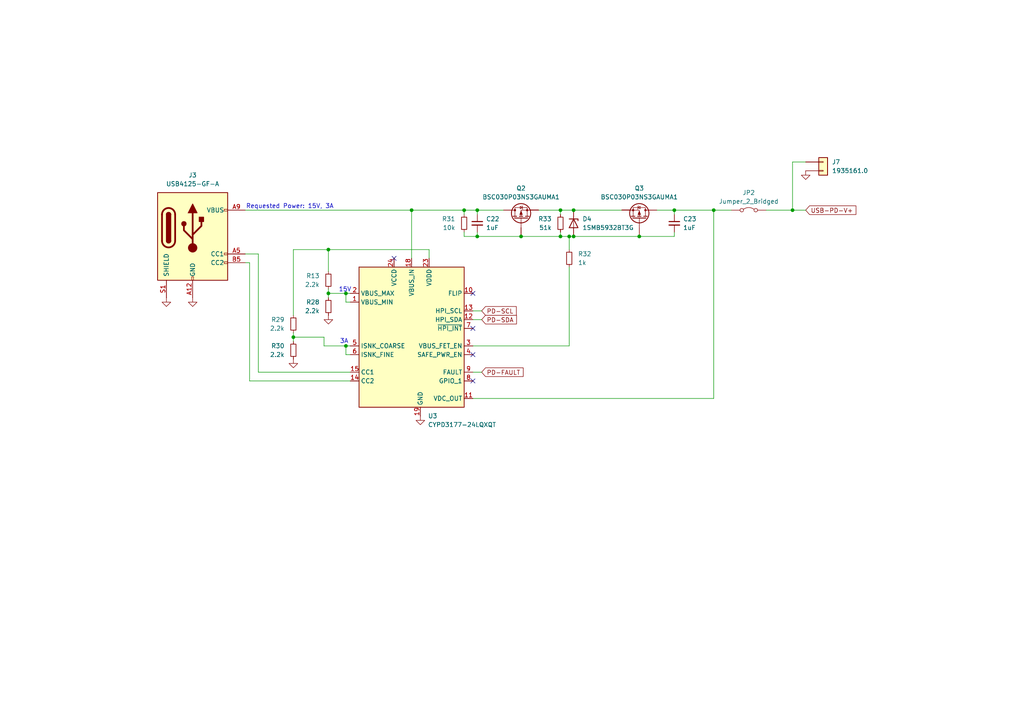
<source format=kicad_sch>
(kicad_sch (version 20231120) (generator "eeschema") (generator_version "8.0")
  (paper "A4")
  (title_block (rev "P1"))
  (lib_symbols
    (symbol "000-Capacitors:1uF" (pin_numbers hide) (pin_names (offset 0.254) hide)
      (property "Reference" "C" (at 0.254 1.778 0))
      (property "Value" "1uF" (at 0.254 -2.032 0))
      (symbol "1uF_0_1"
        (polyline (pts (xy -1.524 -0.508) (xy 1.524 -0.508)) (stroke (width 0.3302)))
        (polyline (pts (xy -1.524 0.508) (xy 1.524 0.508)) (stroke (width 0.3048)))
      )
      (symbol "1uF_1_1"
        (pin passive line (at 0 2.54 270) (length 2.032) (name "~") (number "1"))
        (pin passive line (at 0 -2.54 90) (length 2.032) (name "~") (number "2"))
      )
    )
    (symbol "000-Connectors:1935161.0" (pin_numbers hide) (pin_names (offset 0.254) hide)
      (property "Reference" "J" (at -1.27 3.81 0))
      (property "Value" "1935161.0" (at -5.08 -3.81 0))
      (symbol "1935161.0_1_1"
        (rectangle (start -1.27 -1.143) (end 0 -1.397) (stroke (width 0.1524)))
        (rectangle (start -1.27 1.397) (end 0 1.143) (stroke (width 0.1524)))
        (rectangle (start -1.27 2.54) (end 1.27 -2.54) (stroke (width 0.254)) (fill (type background)))
        (pin passive line (at -5.08 1.27 0) (length 3.81) (name "Pin_1") (number "1"))
        (pin passive line (at -5.08 -1.27 0) (length 3.81) (name "Pin_2") (number "2"))
      )
    )
    (symbol "000-Connectors:USB4125-GF-A" (pin_names (offset 1.016))
      (property "Reference" "J" (at 0 16.51 0))
      (property "Value" "USB4125-GF-A" (at 0 13.97 0))
      (symbol "USB4125-GF-A_0_0"
        (rectangle (start -0.254 -12.7) (end 0.254 -11.684))
        (rectangle (start 10.16 -7.366) (end 9.144 -7.874))
        (rectangle (start 10.16 -4.826) (end 9.144 -5.334))
        (rectangle (start 10.16 7.874) (end 9.144 7.366))
      )
      (symbol "USB4125-GF-A_0_1"
        (rectangle (start -10.16 12.7) (end 10.16 -12.7) (stroke (width 0.254)) (fill (type background)))
        (arc (start -8.89 -1.27) (mid -6.985 -3.1667) (end -5.08 -1.27) (stroke (width 0.508)))
        (arc (start -7.62 -1.27) (mid -6.985 -1.9023) (end -6.35 -1.27) (stroke (width 0.254)))
        (arc (start -7.62 -1.27) (mid -6.985 -1.9023) (end -6.35 -1.27) (stroke (width 0.254)) (fill (type outline)))
        (rectangle (start -7.62 -1.27) (end -6.35 6.35) (stroke (width 0.254)) (fill (type outline)))
        (arc (start -6.35 6.35) (mid -6.985 6.9823) (end -7.62 6.35) (stroke (width 0.254)))
        (arc (start -6.35 6.35) (mid -6.985 6.9823) (end -7.62 6.35) (stroke (width 0.254)) (fill (type outline)))
        (arc (start -5.08 6.35) (mid -6.985 8.2467) (end -8.89 6.35) (stroke (width 0.508)))
        (circle (center -2.54 3.683) (radius 0.635) (stroke (width 0.254)) (fill (type outline)))
        (circle (center 0 -3.302) (radius 1.27) (fill (type outline)))
        (polyline (pts (xy -8.89 -1.27) (xy -8.89 6.35)) (stroke (width 0.508)))
        (polyline (pts (xy -5.08 6.35) (xy -5.08 -1.27)) (stroke (width 0.508)))
        (polyline (pts (xy 0 -3.302) (xy 0 6.858)) (stroke (width 0.508)))
        (polyline (pts (xy 0 -0.762) (xy -2.54 1.778) (xy -2.54 3.048)) (stroke (width 0.508)))
        (polyline (pts (xy 0 0.508) (xy 2.54 3.048) (xy 2.54 4.318)) (stroke (width 0.508)))
        (polyline (pts (xy -1.27 6.858) (xy 0 9.398) (xy 1.27 6.858) (xy -1.27 6.858)) (stroke (width 0.254)) (fill (type outline)))
        (rectangle (start 1.905 4.318) (end 3.175 5.588) (stroke (width 0.254)) (fill (type outline)))
      )
      (symbol "USB4125-GF-A_1_1"
        (pin passive line (at 0 -17.78 90) (length 5.08) (name "GND") (number "A12"))
        (pin bidirectional line (at 15.24 -5.08 180) (length 5.08) (name "CC1") (number "A5"))
        (pin passive line (at 15.24 7.62 180) (length 5.08) (name "VBUS") (number "A9"))
        (pin passive line (at 0 -17.78 90) (length 5.08) hide (name "GND") (number "B12"))
        (pin bidirectional line (at 15.24 -7.62 180) (length 5.08) (name "CC2") (number "B5"))
        (pin passive line (at 15.24 7.62 180) (length 5.08) hide (name "VBUS") (number "B9"))
        (pin passive line (at -7.62 -17.78 90) (length 5.08) (name "SHIELD") (number "S1"))
      )
    )
    (symbol "000-Diodes:1SMB5932BT3G" (pin_numbers hide) (pin_names (offset 1.016) hide)
      (property "Reference" "D" (at 0 2.54 0))
      (property "Value" "1SMB5932BT3G" (at 0 -2.54 0))
      (symbol "1SMB5932BT3G_0_1"
        (polyline (pts (xy 1.27 0) (xy -1.27 0)))
        (polyline (pts (xy -1.27 -1.27) (xy -1.27 1.27) (xy -0.762 1.27)) (stroke (width 0.254)))
        (polyline (pts (xy 1.27 -1.27) (xy 1.27 1.27) (xy -1.27 0) (xy 1.27 -1.27)) (stroke (width 0.254)))
      )
      (symbol "1SMB5932BT3G_1_1"
        (pin passive line (at -3.81 0 0) (length 2.54) (name "K") (number "1"))
        (pin passive line (at 3.81 0 180) (length 2.54) (name "A") (number "2"))
      )
    )
    (symbol "000-ICs:CYPD3177-24LQXQT"
      (property "Reference" "U" (at -13.97 21.59 0))
      (property "Value" "CYPD3177-24LQXQT" (at 12.954 -21.59 0))
      (symbol "CYPD3177-24LQXQT_0_1"
        (rectangle (start -15.24 20.32) (end 15.24 -20.32) (stroke (width 0.254)) (fill (type background)))
      )
      (symbol "CYPD3177-24LQXQT_1_1"
        (pin input line (at -17.78 10.16 0) (length 2.54) (name "VBUS_MIN") (number "1"))
        (pin output line (at 17.78 12.7 180) (length 2.54) (name "FLIP") (number "10"))
        (pin output line (at 17.78 -17.78 180) (length 2.54) (name "VDC_OUT") (number "11"))
        (pin bidirectional line (at 17.78 5.08 180) (length 2.54) (name "HPI_SDA") (number "12"))
        (pin bidirectional line (at 17.78 7.62 180) (length 2.54) (name "HPI_SCL") (number "13"))
        (pin bidirectional line (at -17.78 -12.7 0) (length 2.54) (name "CC2") (number "14"))
        (pin bidirectional line (at -17.78 -10.16 0) (length 2.54) (name "CC1") (number "15"))
        (pin no_connect line (at -15.24 2.54 0) (length 2.54) hide (name "NC") (number "16"))
        (pin no_connect line (at -15.24 5.08 0) (length 2.54) hide (name "NC") (number "17"))
        (pin power_in line (at 0 22.86 270) (length 2.54) (name "VBUS_IN") (number "18"))
        (pin power_in line (at 2.54 -22.86 90) (length 2.54) (name "GND") (number "19"))
        (pin input line (at -17.78 12.7 0) (length 2.54) (name "VBUS_MAX") (number "2"))
        (pin no_connect line (at 15.24 17.78 180) (length 2.54) hide (name "NC") (number "20"))
        (pin no_connect line (at 15.24 15.24 180) (length 2.54) hide (name "NC") (number "21"))
        (pin passive line (at 0 -22.86 90) (length 2.54) hide (name "GND") (number "22"))
        (pin power_out line (at 5.08 22.86 270) (length 2.54) (name "VDDD") (number "23"))
        (pin power_out line (at -5.08 22.86 270) (length 2.54) (name "VCCD") (number "24"))
        (pin passive line (at -2.54 -22.86 90) (length 2.54) hide (name "GND") (number "25"))
        (pin output line (at 17.78 -2.54 180) (length 2.54) (name "VBUS_FET_EN") (number "3"))
        (pin output line (at 17.78 -5.08 180) (length 2.54) (name "SAFE_PWR_EN") (number "4"))
        (pin input line (at -17.78 -2.54 0) (length 2.54) (name "ISNK_COARSE") (number "5"))
        (pin input line (at -17.78 -5.08 0) (length 2.54) (name "ISNK_FINE") (number "6"))
        (pin input line (at 17.78 2.54 180) (length 2.54) (name "~{HPI_INT}") (number "7"))
        (pin bidirectional line (at 17.78 -12.7 180) (length 2.54) (name "GPIO_1") (number "8"))
        (pin output line (at 17.78 -10.16 180) (length 2.54) (name "FAULT") (number "9"))
      )
    )
    (symbol "000-Mosfets:BSC030P03NS3GAUMA1" (pin_numbers hide) (pin_names (offset 0.254) hide)
      (property "Reference" "Q" (at 0.635 -3.81 0))
      (property "Value" "BSC030P03NS3GAUMA1" (at 0.635 -5.715 0))
      (symbol "BSC030P03NS3GAUMA1_0_1"
        (circle (center -0.889 0) (radius 2.794) (stroke (width 0.254)))
        (circle (center 0 -1.778) (radius 0.254) (fill (type outline)))
        (polyline (pts (xy -2.286 0) (xy -5.08 0)))
        (polyline (pts (xy -2.286 1.905) (xy -2.286 -1.905)) (stroke (width 0.254)))
        (polyline (pts (xy -1.778 -1.27) (xy -1.778 -2.286)) (stroke (width 0.254)))
        (polyline (pts (xy -1.778 0.508) (xy -1.778 -0.508)) (stroke (width 0.254)))
        (polyline (pts (xy -1.778 2.286) (xy -1.778 1.27)) (stroke (width 0.254)))
        (polyline (pts (xy 0 2.54) (xy 0 1.778)))
        (polyline (pts (xy 0 -2.54) (xy 0 0) (xy -1.778 0)))
        (polyline (pts (xy -1.778 1.778) (xy 0.762 1.778) (xy 0.762 -1.778) (xy -1.778 -1.778)))
        (polyline (pts (xy -0.254 0) (xy -1.27 0.381) (xy -1.27 -0.381) (xy -0.254 0)) (fill (type outline)))
        (polyline (pts (xy 0.254 -0.508) (xy 0.381 -0.381) (xy 1.143 -0.381) (xy 1.27 -0.254)))
        (polyline (pts (xy 0.762 -0.381) (xy 0.381 0.254) (xy 1.143 0.254) (xy 0.762 -0.381)))
        (circle (center 0 1.778) (radius 0.254) (fill (type outline)))
      )
      (symbol "BSC030P03NS3GAUMA1_1_1"
        (pin passive line (at 0 -5.08 90) (length 2.54) (name "S") (number "1"))
        (pin passive line (at 0 -5.08 90) (length 2.54) (name "S") (number "2"))
        (pin passive line (at 0 -5.08 90) (length 2.54) (name "S") (number "3"))
        (pin input line (at -7.62 0 0) (length 2.54) (name "G") (number "4"))
        (pin passive line (at 0 5.08 270) (length 2.54) (name "D") (number "5"))
      )
    )
    (symbol "000-Resistors:10k" (pin_numbers hide) (pin_names (offset 0.254) hide)
      (property "Reference" "R" (at 0.762 0.508 0))
      (property "Value" "10k" (at 0.762 -1.016 0))
      (symbol "10k_0_1"
        (rectangle (start -0.762 1.778) (end 0.762 -1.778) (stroke (width 0.2032)))
      )
      (symbol "10k_1_1"
        (pin passive line (at 0 2.54 270) (length 0.762) (name "~") (number "1"))
        (pin passive line (at 0 -2.54 90) (length 0.762) (name "~") (number "2"))
      )
    )
    (symbol "000-Resistors:1k" (pin_numbers hide) (pin_names (offset 0.254) hide)
      (property "Reference" "R" (at 0.762 0.508 0))
      (property "Value" "1k" (at 0.762 -1.016 0))
      (symbol "1k_0_1"
        (rectangle (start -0.762 1.778) (end 0.762 -1.778) (stroke (width 0.2032)))
      )
      (symbol "1k_1_1"
        (pin passive line (at 0 2.54 270) (length 0.762) (name "~") (number "1"))
        (pin passive line (at 0 -2.54 90) (length 0.762) (name "~") (number "2"))
      )
    )
    (symbol "000-Resistors:2.2k" (pin_numbers hide) (pin_names (offset 0.254) hide)
      (property "Reference" "R" (at 0.762 0.508 0))
      (property "Value" "2.2k" (at 0.762 -1.016 0))
      (symbol "2.2k_0_1"
        (rectangle (start -0.762 1.778) (end 0.762 -1.778) (stroke (width 0.2032)))
      )
      (symbol "2.2k_1_1"
        (pin passive line (at 0 2.54 270) (length 0.762) (name "~") (number "1"))
        (pin passive line (at 0 -2.54 90) (length 0.762) (name "~") (number "2"))
      )
    )
    (symbol "000-Resistors:51k" (pin_numbers hide) (pin_names (offset 0.254) hide)
      (property "Reference" "R" (at 0.762 0.508 0))
      (property "Value" "51k" (at 0.762 -1.016 0))
      (symbol "51k_0_1"
        (rectangle (start -0.762 1.778) (end 0.762 -1.778) (stroke (width 0.2032)))
      )
      (symbol "51k_1_1"
        (pin passive line (at 0 2.54 270) (length 0.762) (name "~") (number "1"))
        (pin passive line (at 0 -2.54 90) (length 0.762) (name "~") (number "2"))
      )
    )
    (symbol "Jumper:Jumper_2_Bridged" (pin_numbers hide) (pin_names (offset 0) hide) (exclude_from_sim yes)
      (property "Reference" "JP" (at 0 1.905 0))
      (property "Value" "Jumper_2_Bridged" (at 0 -2.54 0))
      (symbol "Jumper_2_Bridged_0_0"
        (circle (center -2.032 0) (radius 0.508))
        (circle (center 2.032 0) (radius 0.508))
      )
      (symbol "Jumper_2_Bridged_0_1"
        (arc (start 1.524 0.254) (mid 0 0.762) (end -1.524 0.254))
      )
      (symbol "Jumper_2_Bridged_1_1"
        (pin passive line (at -5.08 0 0) (length 2.54) (name "A") (number "1"))
        (pin passive line (at 5.08 0 180) (length 2.54) (name "B") (number "2"))
      )
    )
    (symbol "power:GND" (power) (pin_numbers hide) (pin_names (offset 0) hide)
      (property "Value" "GND" (at 0 -3.81 0))
      (symbol "GND_0_1"
        (polyline (pts (xy 0 0) (xy 0 -1.27) (xy 1.27 -1.27) (xy 0 -2.54) (xy -1.27 -1.27) (xy 0 -1.27)))
      )
      (symbol "GND_1_1"
        (pin power_in line (at 0 0 270) (length 0) (name "~") (number "1"))
      )
    )
  )
  (junction (at 119.38 60.96))
  (junction (at 166.37 60.96))
  (junction (at 138.43 60.96))
  (junction (at 166.37 68.58))
  (junction (at 195.58 60.96))
  (junction (at 134.62 60.96))
  (junction (at 229.87 60.96))
  (junction (at 138.43 68.58))
  (junction (at 95.25 85.09))
  (junction (at 162.56 68.58))
  (junction (at 151.13 68.58))
  (junction (at 165.1 68.58))
  (junction (at 185.42 68.58))
  (junction (at 207.01 60.96))
  (junction (at 100.33 85.09))
  (junction (at 85.09 97.79))
  (junction (at 95.25 72.39))
  (junction (at 100.33 100.33))
  (junction (at 162.56 60.96))
  (no_connect (at 137.16 110.49))
  (no_connect (at 137.16 85.09))
  (no_connect (at 137.16 95.25))
  (no_connect (at 137.16 102.87))
  (no_connect (at 114.3 74.93))
  (wire (pts (xy 137.16 90.17) (xy 139.7 90.17)))
  (wire (pts (xy 195.58 67.31) (xy 195.58 68.58)))
  (wire (pts (xy 100.33 100.33) (xy 101.6 100.33)))
  (wire (pts (xy 207.01 60.96) (xy 212.09 60.96)))
  (wire (pts (xy 138.43 60.96) (xy 138.43 62.23)))
  (wire (pts (xy 93.98 100.33) (xy 100.33 100.33)))
  (wire (pts (xy 85.09 96.52) (xy 85.09 97.79)))
  (wire (pts (xy 165.1 68.58) (xy 165.1 72.39)))
  (wire (pts (xy 134.62 60.96) (xy 134.62 62.23)))
  (wire (pts (xy 95.25 85.09) (xy 100.33 85.09)))
  (wire (pts (xy 162.56 67.31) (xy 162.56 68.58)))
  (wire (pts (xy 71.12 73.66) (xy 74.93 73.66)))
  (wire (pts (xy 162.56 68.58) (xy 165.1 68.58)))
  (wire (pts (xy 95.25 83.82) (xy 95.25 85.09)))
  (wire (pts (xy 195.58 60.96) (xy 207.01 60.96)))
  (wire (pts (xy 100.33 102.87) (xy 101.6 102.87)))
  (wire (pts (xy 138.43 67.31) (xy 138.43 68.58)))
  (wire (pts (xy 95.25 72.39) (xy 124.46 72.39)))
  (wire (pts (xy 207.01 115.57) (xy 137.16 115.57)))
  (wire (pts (xy 156.21 60.96) (xy 162.56 60.96)))
  (wire (pts (xy 85.09 72.39) (xy 95.25 72.39)))
  (wire (pts (xy 134.62 67.31) (xy 134.62 68.58)))
  (wire (pts (xy 74.93 73.66) (xy 74.93 107.95)))
  (wire (pts (xy 222.25 60.96) (xy 229.87 60.96)))
  (wire (pts (xy 137.16 92.71) (xy 139.7 92.71)))
  (wire (pts (xy 71.12 76.2) (xy 72.39 76.2)))
  (wire (pts (xy 100.33 100.33) (xy 100.33 102.87)))
  (wire (pts (xy 162.56 60.96) (xy 162.56 62.23)))
  (wire (pts (xy 195.58 60.96) (xy 195.58 62.23)))
  (wire (pts (xy 71.12 60.96) (xy 119.38 60.96)))
  (wire (pts (xy 124.46 72.39) (xy 124.46 74.93)))
  (wire (pts (xy 190.5 60.96) (xy 195.58 60.96)))
  (wire (pts (xy 165.1 68.58) (xy 166.37 68.58)))
  (wire (pts (xy 151.13 68.58) (xy 162.56 68.58)))
  (wire (pts (xy 137.16 107.95) (xy 139.7 107.95)))
  (wire (pts (xy 138.43 60.96) (xy 146.05 60.96)))
  (wire (pts (xy 229.87 46.99) (xy 233.68 46.99)))
  (wire (pts (xy 72.39 76.2) (xy 72.39 110.49)))
  (wire (pts (xy 95.25 72.39) (xy 95.25 78.74)))
  (wire (pts (xy 85.09 97.79) (xy 93.98 97.79)))
  (wire (pts (xy 138.43 68.58) (xy 151.13 68.58)))
  (wire (pts (xy 85.09 97.79) (xy 85.09 99.06)))
  (wire (pts (xy 207.01 60.96) (xy 207.01 115.57)))
  (wire (pts (xy 74.93 107.95) (xy 101.6 107.95)))
  (wire (pts (xy 195.58 68.58) (xy 185.42 68.58)))
  (wire (pts (xy 93.98 97.79) (xy 93.98 100.33)))
  (wire (pts (xy 119.38 74.93) (xy 119.38 60.96)))
  (wire (pts (xy 134.62 68.58) (xy 138.43 68.58)))
  (wire (pts (xy 100.33 85.09) (xy 101.6 85.09)))
  (wire (pts (xy 162.56 60.96) (xy 166.37 60.96)))
  (wire (pts (xy 101.6 87.63) (xy 100.33 87.63)))
  (wire (pts (xy 134.62 60.96) (xy 138.43 60.96)))
  (wire (pts (xy 95.25 85.09) (xy 95.25 86.36)))
  (wire (pts (xy 166.37 68.58) (xy 185.42 68.58)))
  (wire (pts (xy 165.1 100.33) (xy 165.1 77.47)))
  (wire (pts (xy 100.33 87.63) (xy 100.33 85.09)))
  (wire (pts (xy 229.87 46.99) (xy 229.87 60.96)))
  (wire (pts (xy 119.38 60.96) (xy 134.62 60.96)))
  (wire (pts (xy 137.16 100.33) (xy 165.1 100.33)))
  (wire (pts (xy 166.37 60.96) (xy 180.34 60.96)))
  (wire (pts (xy 72.39 110.49) (xy 101.6 110.49)))
  (wire (pts (xy 229.87 60.96) (xy 233.68 60.96)))
  (wire (pts (xy 85.09 72.39) (xy 85.09 91.44)))
  (text "Requested Power: 15V, 3A" (at 84.074 59.944 0) (effects (font (size 1.27 1.27))))
  (text "15V" (at 100.076 84.074 0) (effects (font (size 1.27 1.27))))
  (text "3A" (at 99.822 99.06 0) (effects (font (size 1.27 1.27))))
  (global_label "PD-FAULT" (shape input) (at 139.7 107.95 0) (property "Intersheetrefs" "${INTERSHEET_REFS}" (effects (hide yes))))
  (global_label "USB-PD-V+" (shape input) (at 233.68 60.96 0) (property "Intersheetrefs" "${INTERSHEET_REFS}" (effects (hide yes))))
  (global_label "PD-SDA" (shape input) (at 139.7 92.71 0) (property "Intersheetrefs" "${INTERSHEET_REFS}" (effects (hide yes))))
  (global_label "PD-SCL" (shape input) (at 139.7 90.17 0) (property "Intersheetrefs" "${INTERSHEET_REFS}" (effects (hide yes))))
  (symbol (lib_id "000-ICs:CYPD3177-24LQXQT") (at 119.38 97.79 0) (unit 1)
    (property "Reference" "U3" (at 124.1141 120.65 0) (effects (justify left)))
    (property "Value" "CYPD3177-24LQXQT" (at 124.1141 123.19 0) (effects (justify left)))
    (property "Footprint" "Package_DFN_QFN:QFN-24-1EP_4x4mm_P0.5mm_EP2.75x2.75mm" (effects (hide yes)))
    (property "Datasheet" "https://www.infineon.com/dgdl/Infineon-EZ-PD_BCR_Datasheet_USB_Type-C_Port_Controller_for_Power_Sinks-DataSheet-v03_00-EN.pdf?fileId=8ac78c8c7d0d8da4017d0ee7ce9d70ad" (effects (hide yes)))
    (property "Description" "Stand-alone USB PD controller (with sink Auto-run mode), QFN-24" (effects (hide yes)))
    (property "PN" "IC-021" (effects (hide yes)))
    (property "Digikey PN" "448-CYPD3177-24LQXQTCT-ND " (effects (hide yes)))
  )
  (symbol (lib_id "000-Resistors:1k") (at 165.1 74.93 0) (unit 1)
    (property "Reference" "R32" (at 167.64 73.6599 0) (effects (justify left)))
    (property "Value" "1k" (at 167.64 76.1999 0) (effects (justify left)))
    (property "Footprint" "Resistor_SMD:R_0805_2012Metric_Pad1.20x1.40mm_HandSolder" (effects (hide yes)))
    (property "PN" "RES-1000" (effects (hide yes)))
    (property "Digikey PN" "RHM1.00KAECT-ND" (effects (hide yes)))
  )
  (symbol (lib_id "000-Connectors:1935161.0") (at 238.76 48.26 0) (unit 1)
    (property "Reference" "J7" (at 241.3 46.9899 0) (effects (justify left)))
    (property "Value" "1935161.0" (at 241.3 49.5299 0) (effects (justify left)))
    (property "Footprint" "TerminalBlock:TerminalBlock_bornier-2_P5.08mm" (effects (hide yes)))
    (property "PN" "CON-005" (effects (hide yes)))
    (property "Digikey PN" "277-1667-ND" (effects (hide yes)))
  )
  (symbol (lib_id "000-Diodes:1SMB5932BT3G") (at 166.37 64.77 270) (unit 1)
    (property "Reference" "D4" (at 168.91 63.4999 90) (effects (justify left)))
    (property "Value" "1SMB5932BT3G" (at 168.91 66.0399 90) (effects (justify left)))
    (property "Footprint" "Diode_SMD:D_SMB_Handsoldering" (effects (hide yes)))
    (property "Datasheet" "https://www.onsemi.com/pdf/datasheet/1smb5913bt3-d.pdf" (effects (hide yes)))
    (property "Description" "DIODE ZENER 20V 3W SMB" (effects (hide yes)))
    (property "PN" "DIO-017" (effects (hide yes)))
    (property "Digikey PN" "1SMB5932BT3GOSCT-ND" (effects (hide yes)))
  )
  (symbol (lib_id "000-Resistors:10k") (at 134.62 64.77 0) (mirror x) (unit 1)
    (property "Reference" "R31" (at 132.08 63.4999 0) (effects (justify right)))
    (property "Value" "10k" (at 132.08 66.0399 0) (effects (justify right)))
    (property "Footprint" "Resistor_SMD:R_0805_2012Metric_Pad1.20x1.40mm_HandSolder" (effects (hide yes)))
    (property "PN" "RES-10000" (effects (hide yes)))
    (property "Digikey PN" "311-10KJRCT-ND" (effects (hide yes)))
  )
  (symbol (lib_id "000-Resistors:51k") (at 162.56 64.77 0) (mirror x) (unit 1)
    (property "Reference" "R33" (at 160.02 63.4999 0) (effects (justify right)))
    (property "Value" "51k" (at 160.02 66.0399 0) (effects (justify right)))
    (property "Footprint" "Resistor_SMD:R_0805_2012Metric_Pad1.20x1.40mm_HandSolder" (effects (hide yes)))
    (property "PN" "RES-51000" (effects (hide yes)))
    (property "Digikey PN" "RMCF0805FT51K0CT-ND" (effects (hide yes)))
  )
  (symbol (lib_id "power:GND") (at 121.92 120.65 0) (unit 1)
    (property "Reference" "#PWR049" (effects (hide yes)))
    (property "Value" "GND" (effects (hide yes)))
    (property "Description" "Power symbol creates a global label with name \"GND\" , ground" (effects (hide yes)))
  )
  (symbol (lib_id "000-Resistors:2.2k") (at 85.09 93.98 0) (mirror y) (unit 1)
    (property "Reference" "R29" (at 82.55 92.7099 0) (effects (justify left)))
    (property "Value" "2.2k" (at 82.55 95.2499 0) (effects (justify left)))
    (property "Footprint" "Resistor_SMD:R_0805_2012Metric_Pad1.20x1.40mm_HandSolder" (effects (hide yes)))
    (property "PN" "RES-2K2 " (effects (hide yes)))
    (property "Digikey PN" "311-2.20KCRCT-ND " (effects (hide yes)))
  )
  (symbol (lib_id "000-Mosfets:BSC030P03NS3GAUMA1") (at 151.13 60.96 90) (unit 1)
    (property "Reference" "Q2" (at 151.13 54.61 90))
    (property "Value" "BSC030P03NS3GAUMA1" (at 151.13 57.15 90))
    (property "Footprint" "000-Footprints:Infineon_PG-TDSON-8_6.15x5.15mm" (effects (hide yes)))
    (property "Datasheet" "https://www.infineon.com/dgdl/BSC030P03NS3+G_2.0.pdf?folderId=db3a304314dca38901154a72e3951a65&fileId=db3a30431d8a6b3c011d90d084910435" (effects (hide yes)))
    (property "PN" "FET-013" (effects (hide yes)))
    (property "Digikey PN" "BSC030P03NS3GAUMA1CT-ND" (effects (hide yes)))
  )
  (symbol (lib_id "000-Resistors:2.2k") (at 85.09 101.6 0) (mirror y) (unit 1)
    (property "Reference" "R30" (at 82.55 100.3299 0) (effects (justify left)))
    (property "Value" "2.2k" (at 82.55 102.8699 0) (effects (justify left)))
    (property "Footprint" "Resistor_SMD:R_0805_2012Metric_Pad1.20x1.40mm_HandSolder" (effects (hide yes)))
    (property "PN" "RES-2K2 " (effects (hide yes)))
    (property "Digikey PN" "311-2.20KCRCT-ND " (effects (hide yes)))
  )
  (symbol (lib_id "000-Connectors:USB4125-GF-A") (at 55.88 68.58 0) (unit 1)
    (property "Reference" "J3" (at 55.88 50.8 0))
    (property "Value" "USB4125-GF-A" (at 55.88 53.34 0))
    (property "Footprint" "Connector_USB:USB_C_Receptacle_GCT_USB4125-xx-x_6P_TopMnt_Horizontal" (effects (hide yes)))
    (property "Description" "USB Power-Only 6P Type-C Receptacle connector" (effects (hide yes)))
    (property "PN" "CON-002 " (effects (hide yes)))
    (property "Digikey PN" "2073-USB4125-GF-ACT-ND " (effects (hide yes)))
  )
  (symbol (lib_id "power:GND") (at 48.26 86.36 0) (unit 1)
    (property "Reference" "#PWR034" (effects (hide yes)))
    (property "Value" "GND" (effects (hide yes)))
    (property "Description" "Power symbol creates a global label with name \"GND\" , ground" (effects (hide yes)))
  )
  (symbol (lib_id "000-Resistors:2.2k") (at 95.25 81.28 0) (mirror y) (unit 1)
    (property "Reference" "R13" (at 92.71 80.0099 0) (effects (justify left)))
    (property "Value" "2.2k" (at 92.71 82.5499 0) (effects (justify left)))
    (property "Footprint" "Resistor_SMD:R_0805_2012Metric_Pad1.20x1.40mm_HandSolder" (effects (hide yes)))
    (property "PN" "RES-2K2 " (effects (hide yes)))
    (property "Digikey PN" "311-2.20KCRCT-ND " (effects (hide yes)))
  )
  (symbol (lib_id "power:GND") (at 55.88 86.36 0) (unit 1)
    (property "Reference" "#PWR033" (effects (hide yes)))
    (property "Value" "GND" (effects (hide yes)))
    (property "Description" "Power symbol creates a global label with name \"GND\" , ground" (effects (hide yes)))
  )
  (symbol (lib_id "000-Capacitors:1uF") (at 138.43 64.77 0) (unit 1)
    (property "Reference" "C22" (at 140.97 63.5062 0) (effects (justify left)))
    (property "Value" "1uF" (at 140.97 66.0462 0) (effects (justify left)))
    (property "Footprint" "Capacitor_SMD:C_0603_1608Metric_Pad1.08x0.95mm_HandSolder" (effects (hide yes)))
    (property "Description" "CAP CER 1UF 16V X7R 0603" (effects (hide yes)))
    (property "Part Number" "CAP-1UF" (effects (hide yes)))
    (property "Digikey PN" "311-1446-1-ND" (effects (hide yes)))
  )
  (symbol (lib_id "Jumper:Jumper_2_Bridged") (at 217.17 60.96 0) (mirror y) (unit 1) (exclude_from_sim yes)
    (property "Reference" "JP2" (at 217.17 55.88 0))
    (property "Value" "Jumper_2_Bridged" (at 217.17 58.42 0))
    (property "Footprint" "Jumper:SolderJumper-2_P1.3mm_Open_TrianglePad1.0x1.5mm" (effects (hide yes)))
    (property "Description" "Jumper, 2-pole, closed/bridged" (effects (hide yes)))
  )
  (symbol (lib_id "000-Mosfets:BSC030P03NS3GAUMA1") (at 185.42 60.96 270) (mirror x) (unit 1)
    (property "Reference" "Q3" (at 185.42 54.61 90))
    (property "Value" "BSC030P03NS3GAUMA1" (at 185.42 57.15 90))
    (property "Footprint" "000-Footprints:Infineon_PG-TDSON-8_6.15x5.15mm" (effects (hide yes)))
    (property "Datasheet" "https://www.infineon.com/dgdl/BSC030P03NS3+G_2.0.pdf?folderId=db3a304314dca38901154a72e3951a65&fileId=db3a30431d8a6b3c011d90d084910435" (effects (hide yes)))
    (property "PN" "FET-013" (effects (hide yes)))
    (property "Digikey PN" "BSC030P03NS3GAUMA1CT-ND" (effects (hide yes)))
  )
  (symbol (lib_id "power:GND") (at 95.25 91.44 0) (unit 1)
    (property "Reference" "#PWR047" (effects (hide yes)))
    (property "Value" "GND" (effects (hide yes)))
    (property "Description" "Power symbol creates a global label with name \"GND\" , ground" (effects (hide yes)))
  )
  (symbol (lib_id "000-Capacitors:1uF") (at 195.58 64.77 0) (unit 1)
    (property "Reference" "C23" (at 198.12 63.5062 0) (effects (justify left)))
    (property "Value" "1uF" (at 198.12 66.0462 0) (effects (justify left)))
    (property "Footprint" "Capacitor_SMD:C_0603_1608Metric_Pad1.08x0.95mm_HandSolder" (effects (hide yes)))
    (property "Description" "CAP CER 1UF 16V X7R 0603" (effects (hide yes)))
    (property "Part Number" "CAP-1UF" (effects (hide yes)))
    (property "Digikey PN" "311-1446-1-ND" (effects (hide yes)))
  )
  (symbol (lib_id "power:GND") (at 233.68 49.53 0) (unit 1)
    (property "Reference" "#PWR065" (effects (hide yes)))
    (property "Value" "GND" (effects (hide yes)))
    (property "Description" "Power symbol creates a global label with name \"GND\" , ground" (effects (hide yes)))
  )
  (symbol (lib_id "power:GND") (at 85.09 104.14 0) (unit 1)
    (property "Reference" "#PWR048" (effects (hide yes)))
    (property "Value" "GND" (effects (hide yes)))
    (property "Description" "Power symbol creates a global label with name \"GND\" , ground" (effects (hide yes)))
  )
  (symbol (lib_id "000-Resistors:2.2k") (at 95.25 88.9 0) (mirror y) (unit 1)
    (property "Reference" "R28" (at 92.71 87.6299 0) (effects (justify left)))
    (property "Value" "2.2k" (at 92.71 90.1699 0) (effects (justify left)))
    (property "Footprint" "Resistor_SMD:R_0805_2012Metric_Pad1.20x1.40mm_HandSolder" (effects (hide yes)))
    (property "PN" "RES-2K2 " (effects (hide yes)))
    (property "Digikey PN" "311-2.20KCRCT-ND " (effects (hide yes)))
  )
)
</source>
